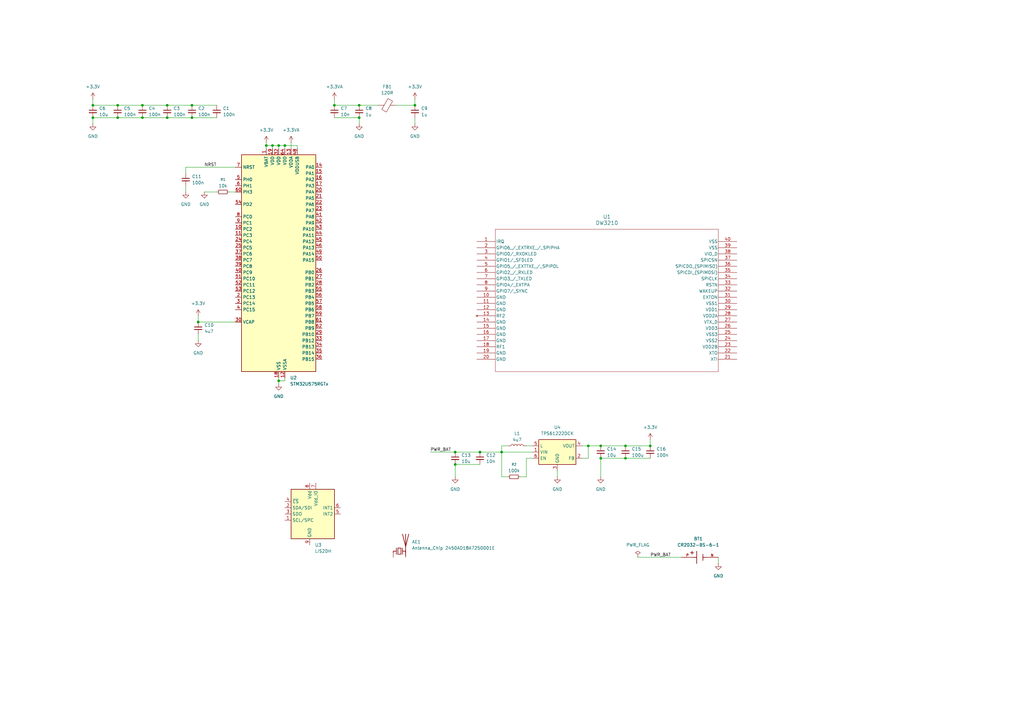
<source format=kicad_sch>
(kicad_sch (version 20250114) (generator "eeschema") (generator_version "9.0")
  (paper "A3")
  (lib_symbols
    (symbol "CR2032-BS-6-1:CR2032-BS-6-1" (pin_names (offset 1.016))
      (property "Reference" "BT" (at -3.81 3.81 0))
      (property "Value" "CR2032-BS-6-1" (at -3.81 -5.08 0))
      (symbol "CR2032-BS-6-1_0_0"
        (polyline (pts (xy -3.81 1.905) (xy -2.54 1.905)) (stroke (width 0.254)))
        (polyline (pts (xy -3.175 2.54) (xy -3.175 1.27)) (stroke (width 0.254)))
        (polyline (pts (xy -1.27 2.54) (xy -1.27 0)) (stroke (width 0.254)))
        (polyline (pts (xy -1.27 0) (xy -2.54 0)) (stroke (width 0.254)))
        (polyline (pts (xy -1.27 0) (xy -1.27 -2.54)) (stroke (width 0.254)))
        (polyline (pts (xy 1.27 1.27) (xy 1.27 0)) (stroke (width 0.254)))
        (polyline (pts (xy 1.27 0) (xy 1.27 -1.27)) (stroke (width 0.254)))
        (polyline (pts (xy 1.27 0) (xy 2.54 0)) (stroke (width 0.254)))
        (pin passive line (at -7.62 0 0) (length 5.08) (name "~") (number "P"))
        (pin passive line (at 7.62 0 180) (length 5.08) (name "~") (number "N"))
      )
    )
    (symbol "Device:Antenna_Chip" (pin_numbers (hide yes)) (pin_names (offset 1.016) (hide yes))
      (property "Reference" "AE" (at 0 5.08 0))
      (property "Value" "Antenna_Chip" (at 0 3.175 0))
      (symbol "Antenna_Chip_0_1"
        (polyline (pts (xy -2.54 0) (xy -2.54 -0.635)) (stroke (width 0.254)))
        (polyline (pts (xy -2.54 0) (xy -1.27 0)) (stroke (width 0.254)))
        (polyline (pts (xy -1.27 1.27) (xy -1.27 -1.27) (xy -1.27 0)) (stroke (width 0.254)))
        (polyline (pts (xy -0.635 1.27) (xy 0.635 1.27) (xy 0.635 -1.27) (xy -0.635 -1.27) (xy -0.635 1.27)) (stroke (width 0.254)))
        (polyline (pts (xy 1.27 1.27) (xy 1.27 -1.27)) (stroke (width 0.254)))
        (polyline (pts (xy 1.27 0) (xy 2.54 0)) (stroke (width 0.254)))
        (polyline (pts (xy 2.54 6.985) (xy 2.54 -1.905)) (stroke (width 0.254)))
        (polyline (pts (xy 2.54 -0.635) (xy 2.54 0)))
        (polyline (pts (xy 3.81 6.985) (xy 2.54 1.905) (xy 1.27 6.985)) (stroke (width 0.254)))
      )
      (symbol "Antenna_Chip_1_1"
        (pin input line (at -2.54 -2.54 90) (length 2.54) (name "FEED") (number "1"))
        (pin passive line (at 2.54 -2.54 90) (length 2.54) (name "PCB_Trace") (number "2"))
      )
    )
    (symbol "Device:C_Small" (pin_numbers (hide yes)) (pin_names (offset 0.254) (hide yes))
      (property "Reference" "C" (at 0.254 1.778 0))
      (property "Value" "C_Small" (at 0.254 -2.032 0))
      (symbol "C_Small_0_1"
        (polyline (pts (xy -1.524 0.508) (xy 1.524 0.508)) (stroke (width 0.3048)))
        (polyline (pts (xy -1.524 -0.508) (xy 1.524 -0.508)) (stroke (width 0.3302)))
      )
      (symbol "C_Small_1_1"
        (pin passive line (at 0 2.54 270) (length 2.032) (name "~") (number "1"))
        (pin passive line (at 0 -2.54 90) (length 2.032) (name "~") (number "2"))
      )
    )
    (symbol "Device:FerriteBead" (pin_numbers (hide yes)) (pin_names (offset 0))
      (property "Reference" "FB" (at -3.81 0.635 90))
      (property "Value" "FerriteBead" (at 3.81 0 90))
      (symbol "FerriteBead_0_1"
        (polyline (pts (xy -2.7686 0.4064) (xy -1.7018 2.2606) (xy 2.7686 -0.3048) (xy 1.6764 -2.159) (xy -2.7686 0.4064)))
        (polyline (pts (xy 0 1.27) (xy 0 1.2954)))
        (polyline (pts (xy 0 -1.27) (xy 0 -1.2192)))
      )
      (symbol "FerriteBead_1_1"
        (pin passive line (at 0 3.81 270) (length 2.54) (name "~") (number "1"))
        (pin passive line (at 0 -3.81 90) (length 2.54) (name "~") (number "2"))
      )
    )
    (symbol "Device:L" (pin_numbers (hide yes)) (pin_names (offset 1.016) (hide yes))
      (property "Reference" "L" (at -1.27 0 90))
      (property "Value" "L" (at 1.905 0 90))
      (symbol "L_0_1"
        (arc (start 0 2.54) (mid 0.6323 1.905) (end 0 1.27))
        (arc (start 0 1.27) (mid 0.6323 0.635) (end 0 0))
        (arc (start 0 0) (mid 0.6323 -0.635) (end 0 -1.27))
        (arc (start 0 -1.27) (mid 0.6323 -1.905) (end 0 -2.54))
      )
      (symbol "L_1_1"
        (pin passive line (at 0 3.81 270) (length 1.27) (name "1") (number "1"))
        (pin passive line (at 0 -3.81 90) (length 1.27) (name "2") (number "2"))
      )
    )
    (symbol "Device:R_Small" (pin_numbers (hide yes)) (pin_names (offset 0.254) (hide yes))
      (property "Reference" "R" (at 0 0 90))
      (property "Value" "R_Small" (at 1.778 0 90))
      (symbol "R_Small_0_1"
        (rectangle (start -0.762 1.778) (end 0.762 -1.778) (stroke (width 0.2032)))
      )
      (symbol "R_Small_1_1"
        (pin passive line (at 0 2.54 270) (length 0.762) (name "~") (number "1"))
        (pin passive line (at 0 -2.54 90) (length 0.762) (name "~") (number "2"))
      )
    )
    (symbol "MCU_ST_STM32U5:STM32U575RGTx"
      (property "Reference" "U" (at -15.24 46.99 0))
      (property "Value" "STM32U575RGTx" (at 10.16 46.99 0))
      (symbol "STM32U575RGTx_0_1"
        (rectangle (start -15.24 -43.18) (end 15.24 45.72) (stroke (width 0.254)) (fill (type background)))
      )
      (symbol "STM32U575RGTx_1_1"
        (pin input line (at -17.78 40.64 0) (length 2.54) (name "NRST") (number "7"))
        (pin bidirectional line (at -17.78 35.56 0) (length 2.54) (name "PH0") (number "5"))
        (pin bidirectional line (at -17.78 33.02 0) (length 2.54) (name "PH1") (number "6"))
        (pin bidirectional line (at -17.78 30.48 0) (length 2.54) (name "PH3") (number "60"))
        (pin bidirectional line (at -17.78 25.4 0) (length 2.54) (name "PD2") (number "54"))
        (pin bidirectional line (at -17.78 20.32 0) (length 2.54) (name "PC0") (number "8"))
        (pin bidirectional line (at -17.78 17.78 0) (length 2.54) (name "PC1") (number "9"))
        (pin bidirectional line (at -17.78 15.24 0) (length 2.54) (name "PC2") (number "10"))
        (pin bidirectional line (at -17.78 12.7 0) (length 2.54) (name "PC3") (number "11"))
        (pin bidirectional line (at -17.78 10.16 0) (length 2.54) (name "PC4") (number "24"))
        (pin bidirectional line (at -17.78 7.62 0) (length 2.54) (name "PC5") (number "25"))
        (pin bidirectional line (at -17.78 5.08 0) (length 2.54) (name "PC6") (number "37"))
        (pin bidirectional line (at -17.78 2.54 0) (length 2.54) (name "PC7") (number "38"))
        (pin bidirectional line (at -17.78 0 0) (length 2.54) (name "PC8") (number "39"))
        (pin bidirectional line (at -17.78 -2.54 0) (length 2.54) (name "PC9") (number "40"))
        (pin bidirectional line (at -17.78 -5.08 0) (length 2.54) (name "PC10") (number "51"))
        (pin bidirectional line (at -17.78 -7.62 0) (length 2.54) (name "PC11") (number "52"))
        (pin bidirectional line (at -17.78 -10.16 0) (length 2.54) (name "PC12") (number "53"))
        (pin bidirectional line (at -17.78 -12.7 0) (length 2.54) (name "PC13") (number "2"))
        (pin bidirectional line (at -17.78 -15.24 0) (length 2.54) (name "PC14") (number "3"))
        (pin bidirectional line (at -17.78 -17.78 0) (length 2.54) (name "PC15") (number "4"))
        (pin power_out line (at -17.78 -22.86 0) (length 2.54) (name "VCAP") (number "30"))
        (pin power_in line (at -5.08 48.26 270) (length 2.54) (name "VBAT") (number "1"))
        (pin power_in line (at -2.54 48.26 270) (length 2.54) (name "VDD") (number "19"))
        (pin power_in line (at 0 48.26 270) (length 2.54) (name "VDD") (number "32"))
        (pin power_in line (at 0 -45.72 90) (length 2.54) (name "VSS") (number "18"))
        (pin passive line (at 0 -45.72 90) (length 2.54) (hide yes) (name "VSS") (number "31"))
        (pin passive line (at 0 -45.72 90) (length 2.54) (hide yes) (name "VSS") (number "47"))
        (pin passive line (at 0 -45.72 90) (length 2.54) (hide yes) (name "VSS") (number "63"))
        (pin power_in line (at 2.54 48.26 270) (length 2.54) (name "VDD") (number "64"))
        (pin power_in line (at 2.54 -45.72 90) (length 2.54) (name "VSSA") (number "12"))
        (pin power_in line (at 5.08 48.26 270) (length 2.54) (name "VDDA") (number "13"))
        (pin power_in line (at 7.62 48.26 270) (length 2.54) (name "VDDUSB") (number "48"))
        (pin bidirectional line (at 17.78 40.64 180) (length 2.54) (name "PA0") (number "14"))
        (pin bidirectional line (at 17.78 38.1 180) (length 2.54) (name "PA1") (number "15"))
        (pin bidirectional line (at 17.78 35.56 180) (length 2.54) (name "PA2") (number "16"))
        (pin bidirectional line (at 17.78 33.02 180) (length 2.54) (name "PA3") (number "17"))
        (pin bidirectional line (at 17.78 30.48 180) (length 2.54) (name "PA4") (number "20"))
        (pin bidirectional line (at 17.78 27.94 180) (length 2.54) (name "PA5") (number "21"))
        (pin bidirectional line (at 17.78 25.4 180) (length 2.54) (name "PA6") (number "22"))
        (pin bidirectional line (at 17.78 22.86 180) (length 2.54) (name "PA7") (number "23"))
        (pin bidirectional line (at 17.78 20.32 180) (length 2.54) (name "PA8") (number "41"))
        (pin bidirectional line (at 17.78 17.78 180) (length 2.54) (name "PA9") (number "42"))
        (pin bidirectional line (at 17.78 15.24 180) (length 2.54) (name "PA10") (number "43"))
        (pin bidirectional line (at 17.78 12.7 180) (length 2.54) (name "PA11") (number "44"))
        (pin bidirectional line (at 17.78 10.16 180) (length 2.54) (name "PA12") (number "45"))
        (pin bidirectional line (at 17.78 7.62 180) (length 2.54) (name "PA13") (number "46"))
        (pin bidirectional line (at 17.78 5.08 180) (length 2.54) (name "PA14") (number "49"))
        (pin bidirectional line (at 17.78 2.54 180) (length 2.54) (name "PA15") (number "50"))
        (pin bidirectional line (at 17.78 -2.54 180) (length 2.54) (name "PB0") (number "26"))
        (pin bidirectional line (at 17.78 -5.08 180) (length 2.54) (name "PB1") (number "27"))
        (pin bidirectional line (at 17.78 -7.62 180) (length 2.54) (name "PB2") (number "28"))
        (pin bidirectional line (at 17.78 -10.16 180) (length 2.54) (name "PB3") (number "55"))
        (pin bidirectional line (at 17.78 -12.7 180) (length 2.54) (name "PB4") (number "56"))
        (pin bidirectional line (at 17.78 -15.24 180) (length 2.54) (name "PB5") (number "57"))
        (pin bidirectional line (at 17.78 -17.78 180) (length 2.54) (name "PB6") (number "58"))
        (pin bidirectional line (at 17.78 -20.32 180) (length 2.54) (name "PB7") (number "59"))
        (pin bidirectional line (at 17.78 -22.86 180) (length 2.54) (name "PB8") (number "61"))
        (pin bidirectional line (at 17.78 -25.4 180) (length 2.54) (name "PB9") (number "62"))
        (pin bidirectional line (at 17.78 -27.94 180) (length 2.54) (name "PB10") (number "29"))
        (pin bidirectional line (at 17.78 -30.48 180) (length 2.54) (name "PB12") (number "33"))
        (pin bidirectional line (at 17.78 -33.02 180) (length 2.54) (name "PB13") (number "34"))
        (pin bidirectional line (at 17.78 -35.56 180) (length 2.54) (name "PB14") (number "35"))
        (pin bidirectional line (at 17.78 -38.1 180) (length 2.54) (name "PB15") (number "36"))
      )
    )
    (symbol "Regulator_Switching:TPS61222DCK"
      (property "Reference" "U" (at -7.62 6.35 0))
      (property "Value" "TPS61222DCK" (at 2.54 6.35 0))
      (symbol "TPS61222DCK_0_1"
        (rectangle (start -7.62 5.08) (end 7.62 -5.08) (stroke (width 0.254)) (fill (type background)))
      )
      (symbol "TPS61222DCK_1_1"
        (pin power_in line (at -10.16 2.54 0) (length 2.54) (name "L") (number "5"))
        (pin power_in line (at -10.16 0 0) (length 2.54) (name "VIN") (number "1"))
        (pin input line (at -10.16 -2.54 0) (length 2.54) (name "EN") (number "6"))
        (pin power_in line (at 0 -7.62 90) (length 2.54) (name "GND") (number "3"))
        (pin power_out line (at 10.16 2.54 180) (length 2.54) (name "VOUT") (number "4"))
        (pin input line (at 10.16 -2.54 180) (length 2.54) (name "FB") (number "2"))
      )
    )
    (symbol "Sensor_Motion:LIS2DH"
      (property "Reference" "U" (at -8.89 11.43 0))
      (property "Value" "LIS2DH" (at 3.81 11.43 0))
      (symbol "LIS2DH_0_1"
        (rectangle (start -7.62 10.16) (end 10.16 -10.16) (stroke (width 0.254)) (fill (type background)))
      )
      (symbol "LIS2DH_1_1"
        (pin input line (at -10.16 5.08 0) (length 2.54) (name "~{CS}") (number "4"))
        (pin bidirectional line (at -10.16 2.54 0) (length 2.54) (name "SDA/SDI") (number "2"))
        (pin output line (at -10.16 0 0) (length 2.54) (name "SDO") (number "3"))
        (pin input line (at -10.16 -2.54 0) (length 2.54) (name "SCL/SPC") (number "1"))
        (pin power_in line (at 0 12.7 270) (length 2.54) (name "Vdd") (number "8"))
        (pin passive line (at 0 -12.7 90) (length 2.54) (hide yes) (name "GND") (number "10"))
        (pin passive line (at 0 -12.7 90) (length 2.54) (hide yes) (name "GND") (number "11"))
        (pin passive line (at 0 -12.7 90) (length 2.54) (hide yes) (name "GND") (number "12"))
        (pin passive line (at 0 -12.7 90) (length 2.54) (hide yes) (name "GND") (number "13"))
        (pin passive line (at 0 -12.7 90) (length 2.54) (hide yes) (name "GND") (number "14"))
        (pin power_in line (at 0 -12.7 90) (length 2.54) (name "GND") (number "9"))
        (pin power_in line (at 2.54 12.7 270) (length 2.54) (name "Vdd_IO") (number "7"))
        (pin output line (at 12.7 2.54 180) (length 2.54) (name "INT1") (number "6"))
        (pin output line (at 12.7 0 180) (length 2.54) (name "INT2") (number "5"))
      )
    )
    (symbol "dw3210:DW3210" (pin_names (offset 0.254))
      (property "Reference" "U" (at 53.34 10.16 0))
      (property "Value" "DW3210" (at 53.34 7.62 0))
      (symbol "DW3210_0_1"
        (polyline (pts (xy 7.62 5.08) (xy 7.62 -53.34)) (stroke (width 0.127)))
        (polyline (pts (xy 7.62 -53.34) (xy 99.06 -53.34)) (stroke (width 0.127)))
        (polyline (pts (xy 99.06 5.08) (xy 7.62 5.08)) (stroke (width 0.127)))
        (polyline (pts (xy 99.06 -53.34) (xy 99.06 5.08)) (stroke (width 0.127)))
        (pin bidirectional line (at 0 0 0) (length 7.62) (name "IRQ") (number "1"))
        (pin bidirectional line (at 0 -2.54 0) (length 7.62) (name "GPIO6_/_EXTRXE_/_SPIPHA") (number "2"))
        (pin bidirectional line (at 0 -5.08 0) (length 7.62) (name "GPIO0/_RXOKLED") (number "3"))
        (pin bidirectional line (at 0 -7.62 0) (length 7.62) (name "GPIO1/_SFDLED") (number "4"))
        (pin bidirectional line (at 0 -10.16 0) (length 7.62) (name "GPIO5_/_EXTTXE_/_SPIPOL") (number "5"))
        (pin bidirectional line (at 0 -12.7 0) (length 7.62) (name "GPIO2_/_RXLED") (number "6"))
        (pin bidirectional line (at 0 -15.24 0) (length 7.62) (name "GPIO3_/_TXLED") (number "7"))
        (pin bidirectional line (at 0 -17.78 0) (length 7.62) (name "GPIO4/_EXTPA") (number "8"))
        (pin bidirectional line (at 0 -20.32 0) (length 7.62) (name "GPIO7/_SYNC") (number "9"))
        (pin power_out line (at 0 -22.86 0) (length 7.62) (name "GND") (number "10"))
        (pin power_out line (at 0 -25.4 0) (length 7.62) (name "GND") (number "11"))
        (pin power_out line (at 0 -27.94 0) (length 7.62) (name "GND") (number "12"))
        (pin power_out line (at 0 -33.02 0) (length 7.62) (name "GND") (number "14"))
        (pin power_out line (at 0 -35.56 0) (length 7.62) (name "GND") (number "15"))
        (pin power_out line (at 0 -38.1 0) (length 7.62) (name "GND") (number "16"))
        (pin power_out line (at 0 -40.64 0) (length 7.62) (name "GND") (number "17"))
        (pin bidirectional line (at 0 -43.18 0) (length 7.62) (name "RF1") (number "18"))
        (pin power_out line (at 0 -45.72 0) (length 7.62) (name "GND") (number "19"))
        (pin power_out line (at 0 -48.26 0) (length 7.62) (name "GND") (number "20"))
        (pin power_out line (at 106.68 0 180) (length 7.62) (name "VSS") (number "40"))
        (pin power_out line (at 106.68 -2.54 180) (length 7.62) (name "VSS") (number "39"))
        (pin power_in line (at 106.68 -5.08 180) (length 7.62) (name "VIO_D") (number "38"))
        (pin input line (at 106.68 -7.62 180) (length 7.62) (name "SPICSN") (number "37"))
        (pin output line (at 106.68 -10.16 180) (length 7.62) (name "SPICDO_(SPIMISO)") (number "36"))
        (pin input line (at 106.68 -12.7 180) (length 7.62) (name "SPICDI_(SPIMOSI)") (number "35"))
        (pin input line (at 106.68 -15.24 180) (length 7.62) (name "SPICLK") (number "34"))
        (pin bidirectional line (at 106.68 -17.78 180) (length 7.62) (name "RSTN") (number "33"))
        (pin input line (at 106.68 -20.32 180) (length 7.62) (name "WAKEUP") (number "32"))
        (pin output line (at 106.68 -22.86 180) (length 7.62) (name "EXTON") (number "31"))
        (pin power_out line (at 106.68 -25.4 180) (length 7.62) (name "VSS1") (number "30"))
        (pin power_in line (at 106.68 -27.94 180) (length 7.62) (name "VDD1") (number "29"))
        (pin power_in line (at 106.68 -30.48 180) (length 7.62) (name "VDD2A") (number "28"))
        (pin power_in line (at 106.68 -33.02 180) (length 7.62) (name "VTX_D") (number "27"))
        (pin power_in line (at 106.68 -35.56 180) (length 7.62) (name "VDD3") (number "26"))
        (pin power_out line (at 106.68 -38.1 180) (length 7.62) (name "VSS3") (number "25"))
        (pin power_out line (at 106.68 -40.64 180) (length 7.62) (name "VSS2") (number "24"))
        (pin power_in line (at 106.68 -43.18 180) (length 7.62) (name "VDD2B") (number "23"))
        (pin input line (at 106.68 -45.72 180) (length 7.62) (name "XTO") (number "22"))
        (pin input line (at 106.68 -48.26 180) (length 7.62) (name "XTI") (number "21"))
      )
      (symbol "DW3210_1_1"
        (pin no_connect line (at 0 -30.48 0) (length 7.62) (name "RF2") (number "13"))
      )
    )
    (symbol "power:+3.3V" (power) (pin_numbers (hide yes)) (pin_names (offset 0) (hide yes))
      (property "Value" "+3.3V" (at 0 3.556 0))
      (symbol "+3.3V_0_1"
        (polyline (pts (xy -0.762 1.27) (xy 0 2.54)))
        (polyline (pts (xy 0 2.54) (xy 0.762 1.27)))
        (polyline (pts (xy 0 0) (xy 0 2.54)))
      )
      (symbol "+3.3V_1_1"
        (pin power_in line (at 0 0 90) (length 0) (name "~") (number "1"))
      )
    )
    (symbol "power:+3.3VA" (power) (pin_numbers (hide yes)) (pin_names (offset 0) (hide yes))
      (property "Value" "+3.3VA" (at 0 3.556 0))
      (symbol "+3.3VA_0_1"
        (polyline (pts (xy -0.762 1.27) (xy 0 2.54)))
        (polyline (pts (xy 0 2.54) (xy 0.762 1.27)))
        (polyline (pts (xy 0 0) (xy 0 2.54)))
      )
      (symbol "+3.3VA_1_1"
        (pin power_in line (at 0 0 90) (length 0) (name "~") (number "1"))
      )
    )
    (symbol "power:GND" (power) (pin_numbers (hide yes)) (pin_names (offset 0) (hide yes))
      (property "Value" "GND" (at 0 -3.81 0))
      (symbol "GND_0_1"
        (polyline (pts (xy 0 0) (xy 0 -1.27) (xy 1.27 -1.27) (xy 0 -2.54) (xy -1.27 -1.27) (xy 0 -1.27)))
      )
      (symbol "GND_1_1"
        (pin power_in line (at 0 0 270) (length 0) (name "~") (number "1"))
      )
    )
    (symbol "power:PWR_FLAG" (power) (pin_numbers (hide yes)) (pin_names (offset 0) (hide yes))
      (property "Value" "PWR_FLAG" (at 0 3.81 0))
      (symbol "PWR_FLAG_0_0"
        (pin power_out line (at 0 0 90) (length 0) (name "~") (number "1"))
      )
      (symbol "PWR_FLAG_0_1"
        (polyline (pts (xy 0 0) (xy 0 1.27) (xy -1.016 1.905) (xy 0 2.54) (xy 1.016 1.905) (xy 0 1.27)))
      )
    )
  )
  (junction (at 111.76 59.69))
  (junction (at 78.74 43.18))
  (junction (at 246.38 187.96))
  (junction (at 38.1 48.26))
  (junction (at 241.3 182.88))
  (junction (at 170.18 43.18))
  (junction (at 68.58 43.18))
  (junction (at 48.26 48.26))
  (junction (at 147.32 48.26))
  (junction (at 68.58 48.26))
  (junction (at 196.85 185.42))
  (junction (at 256.54 182.88))
  (junction (at 186.69 190.5))
  (junction (at 109.22 59.69))
  (junction (at 48.26 43.18))
  (junction (at 137.16 43.18))
  (junction (at 186.69 185.42))
  (junction (at 116.84 59.69))
  (junction (at 266.7 182.88))
  (junction (at 58.42 48.26))
  (junction (at 205.74 185.42))
  (junction (at 147.32 43.18))
  (junction (at 58.42 43.18))
  (junction (at 256.54 187.96))
  (junction (at 78.74 48.26))
  (junction (at 38.1 43.18))
  (junction (at 114.3 156.21))
  (junction (at 81.28 132.08))
  (junction (at 114.3 59.69))
  (junction (at 246.38 182.88))
  (wire (pts (xy 137.16 40.64) (xy 137.16 43.18)))
  (wire (pts (xy 83.82 78.74) (xy 88.9 78.74)))
  (wire (pts (xy 261.62 228.6) (xy 279.4 228.6)))
  (wire (pts (xy 241.3 182.88) (xy 246.38 182.88)))
  (wire (pts (xy 76.2 76.2) (xy 76.2 78.74)))
  (wire (pts (xy 93.98 78.74) (xy 96.52 78.74)))
  (wire (pts (xy 81.28 132.08) (xy 96.52 132.08)))
  (wire (pts (xy 256.54 187.96) (xy 266.7 187.96)))
  (wire (pts (xy 205.74 185.42) (xy 218.44 185.42)))
  (wire (pts (xy 109.22 58.42) (xy 109.22 59.69)))
  (wire (pts (xy 81.28 137.16) (xy 81.28 139.7)))
  (wire (pts (xy 137.16 43.18) (xy 147.32 43.18)))
  (wire (pts (xy 114.3 60.96) (xy 114.3 59.69)))
  (wire (pts (xy 111.76 60.96) (xy 111.76 59.69)))
  (wire (pts (xy 170.18 48.26) (xy 170.18 50.8)))
  (wire (pts (xy 241.3 182.88) (xy 238.76 182.88)))
  (wire (pts (xy 147.32 43.18) (xy 154.94 43.18)))
  (wire (pts (xy 109.22 59.69) (xy 109.22 60.96)))
  (wire (pts (xy 218.44 187.96) (xy 215.9 187.96)))
  (wire (pts (xy 196.85 185.42) (xy 205.74 185.42)))
  (wire (pts (xy 119.38 58.42) (xy 119.38 60.96)))
  (wire (pts (xy 81.28 129.54) (xy 81.28 132.08)))
  (wire (pts (xy 38.1 48.26) (xy 48.26 48.26)))
  (wire (pts (xy 208.28 182.88) (xy 205.74 182.88)))
  (wire (pts (xy 137.16 48.26) (xy 147.32 48.26)))
  (wire (pts (xy 170.18 40.64) (xy 170.18 43.18)))
  (wire (pts (xy 215.9 187.96) (xy 215.9 195.58)))
  (wire (pts (xy 215.9 182.88) (xy 218.44 182.88)))
  (wire (pts (xy 111.76 59.69) (xy 109.22 59.69)))
  (wire (pts (xy 228.6 193.04) (xy 228.6 195.58)))
  (wire (pts (xy 88.9 48.26) (xy 78.74 48.26)))
  (wire (pts (xy 147.32 48.26) (xy 147.32 50.8)))
  (wire (pts (xy 121.92 59.69) (xy 116.84 59.69)))
  (wire (pts (xy 294.64 228.6) (xy 294.64 231.14)))
  (wire (pts (xy 176.53 185.42) (xy 186.69 185.42)))
  (wire (pts (xy 68.58 48.26) (xy 58.42 48.26)))
  (wire (pts (xy 266.7 180.34) (xy 266.7 182.88)))
  (wire (pts (xy 76.2 68.58) (xy 76.2 71.12)))
  (wire (pts (xy 114.3 154.94) (xy 114.3 156.21)))
  (wire (pts (xy 186.69 190.5) (xy 186.69 195.58)))
  (wire (pts (xy 58.42 48.26) (xy 48.26 48.26)))
  (wire (pts (xy 215.9 195.58) (xy 213.36 195.58)))
  (wire (pts (xy 116.84 156.21) (xy 114.3 156.21)))
  (wire (pts (xy 38.1 48.26) (xy 38.1 50.8)))
  (wire (pts (xy 116.84 59.69) (xy 114.3 59.69)))
  (wire (pts (xy 186.69 185.42) (xy 196.85 185.42)))
  (wire (pts (xy 246.38 187.96) (xy 256.54 187.96)))
  (wire (pts (xy 116.84 154.94) (xy 116.84 156.21)))
  (wire (pts (xy 48.26 43.18) (xy 58.42 43.18)))
  (wire (pts (xy 38.1 43.18) (xy 48.26 43.18)))
  (wire (pts (xy 68.58 43.18) (xy 78.74 43.18)))
  (wire (pts (xy 58.42 43.18) (xy 68.58 43.18)))
  (wire (pts (xy 205.74 195.58) (xy 205.74 185.42)))
  (wire (pts (xy 38.1 40.64) (xy 38.1 43.18)))
  (wire (pts (xy 256.54 182.88) (xy 266.7 182.88)))
  (wire (pts (xy 246.38 187.96) (xy 246.38 195.58)))
  (wire (pts (xy 121.92 60.96) (xy 121.92 59.69)))
  (wire (pts (xy 208.28 195.58) (xy 205.74 195.58)))
  (wire (pts (xy 96.52 68.58) (xy 76.2 68.58)))
  (wire (pts (xy 116.84 60.96) (xy 116.84 59.69)))
  (wire (pts (xy 241.3 187.96) (xy 241.3 182.88)))
  (wire (pts (xy 238.76 187.96) (xy 241.3 187.96)))
  (wire (pts (xy 186.69 190.5) (xy 196.85 190.5)))
  (wire (pts (xy 114.3 59.69) (xy 111.76 59.69)))
  (wire (pts (xy 78.74 43.18) (xy 88.9 43.18)))
  (wire (pts (xy 78.74 48.26) (xy 68.58 48.26)))
  (wire (pts (xy 114.3 156.21) (xy 114.3 157.48)))
  (wire (pts (xy 170.18 43.18) (xy 162.56 43.18)))
  (wire (pts (xy 246.38 182.88) (xy 256.54 182.88)))
  (wire (pts (xy 205.74 182.88) (xy 205.74 185.42)))
  (label "NRST" (at 83.82 68.58 0))
  (label "PWR_BAT" (at 176.53 185.42 0))
  (label "PWR_BAT" (at 266.7 228.6 0))
  (symbol (lib_id "Device:R_Small") (at 210.82 195.58 90) (unit 1)
    (property "Reference" "R2" (at 210.82 190.5 90) (effects (font (size 1.016 1.016))))
    (property "Value" "100k" (at 210.82 193.04 90))
    (property "Description" "Resistor, small symbol" (effects (hide yes)))
  )
  (symbol (lib_id "Device:C_Small") (at 170.18 45.72 0) (unit 1)
    (property "Reference" "C9" (at 172.72 44.4562 0) (effects (justify left)))
    (property "Value" "1u" (at 172.72 46.9962 0) (effects (justify left)))
    (property "Description" "Unpolarized capacitor, small symbol" (effects (hide yes)))
  )
  (symbol (lib_id "power:GND") (at 147.32 50.8 0) (unit 1)
    (property "Reference" "#PWR05" (effects (hide yes)))
    (property "Value" "GND" (at 147.32 55.88 0))
    (property "Description" "Power symbol creates a global label with name \"GND\" , ground" (effects (hide yes)))
  )
  (symbol (lib_id "power:GND") (at 170.18 50.8 0) (unit 1)
    (property "Reference" "#PWR09" (effects (hide yes)))
    (property "Value" "GND" (at 170.18 55.88 0))
    (property "Description" "Power symbol creates a global label with name \"GND\" , ground" (effects (hide yes)))
  )
  (symbol (lib_id "power:+3.3VA") (at 119.38 58.42 0) (unit 1)
    (property "Reference" "#PWR02" (effects (hide yes)))
    (property "Value" "+3.3VA" (at 119.38 53.34 0))
    (property "Description" "Power symbol creates a global label with name \"+3.3VA\"" (effects (hide yes)))
  )
  (symbol (lib_id "power:+3.3V") (at 81.28 129.54 0) (unit 1)
    (property "Reference" "#PWR010" (effects (hide yes)))
    (property "Value" "+3.3V" (at 81.28 124.46 0))
    (property "Description" "Power symbol creates a global label with name \"+3.3V\"" (effects (hide yes)))
  )
  (symbol (lib_id "Device:C_Small") (at 246.38 185.42 0) (unit 1)
    (property "Reference" "C14" (at 248.92 184.1562 0) (effects (justify left)))
    (property "Value" "10u" (at 248.92 186.6962 0) (effects (justify left)))
    (property "Description" "Unpolarized capacitor, small symbol" (effects (hide yes)))
  )
  (symbol (lib_id "power:GND") (at 186.69 195.58 0) (unit 1)
    (property "Reference" "#PWR016" (effects (hide yes)))
    (property "Value" "GND" (at 186.69 200.66 0))
    (property "Description" "Power symbol creates a global label with name \"GND\" , ground" (effects (hide yes)))
  )
  (symbol (lib_id "power:GND") (at 246.38 195.58 0) (unit 1)
    (property "Reference" "#PWR017" (effects (hide yes)))
    (property "Value" "GND" (at 246.38 200.66 0))
    (property "Description" "Power symbol creates a global label with name \"GND\" , ground" (effects (hide yes)))
  )
  (symbol (lib_id "power:+3.3V") (at 170.18 40.64 0) (unit 1)
    (property "Reference" "#PWR08" (effects (hide yes)))
    (property "Value" "+3.3V" (at 170.18 35.56 0))
    (property "Description" "Power symbol creates a global label with name \"+3.3V\"" (effects (hide yes)))
  )
  (symbol (lib_id "power:+3.3V") (at 109.22 58.42 0) (unit 1)
    (property "Reference" "#PWR07" (effects (hide yes)))
    (property "Value" "+3.3V" (at 109.22 53.34 0))
    (property "Description" "Power symbol creates a global label with name \"+3.3V\"" (effects (hide yes)))
  )
  (symbol (lib_id "Device:C_Small") (at 137.16 45.72 0) (unit 1)
    (property "Reference" "C7" (at 139.7 44.4562 0) (effects (justify left)))
    (property "Value" "10n" (at 139.7 46.9962 0) (effects (justify left)))
    (property "Description" "Unpolarized capacitor, small symbol" (effects (hide yes)))
  )
  (symbol (lib_id "Device:C_Small") (at 196.85 187.96 0) (unit 1)
    (property "Reference" "C12" (at 199.39 186.6962 0) (effects (justify left)))
    (property "Value" "10n" (at 199.39 189.2362 0) (effects (justify left)))
    (property "Description" "Unpolarized capacitor, small symbol" (effects (hide yes)))
  )
  (symbol (lib_id "CR2032-BS-6-1:CR2032-BS-6-1") (at 287.02 228.6 0) (unit 1)
    (property "Reference" "BT1" (at 286.385 220.98 0))
    (property "Value" "CR2032-BS-6-1" (at 286.385 223.52 0))
    (property "Footprint" "BAT_CR2032-BS-6-1:BAT_CR2032-BS-6-1" (effects (hide yes)))
    (property "MF" "Shenzhen Q&J Electronics Co. Ltd" (effects (hide yes)))
    (property "MAXIMUM_PACKAGE_HEIGHT" "5.55mm" (effects (hide yes)))
    (property "Package" "Package" (effects (hide yes)))
    (property "Price" "None" (effects (hide yes)))
    (property "Check_prices" "https://www.snapeda.com/parts/CR2032-BS-6-1/Shenzhen+Huacan+Tianlu+Electronics+Co.%252C+Ltd./view-part/?ref=eda" (effects (hide yes)))
    (property "STANDARD" "Manufacturer Recommendations" (effects (hide yes)))
    (property "PARTREV" "2011/2/14" (effects (hide yes)))
    (property "SnapEDA_Link" "https://www.snapeda.com/parts/CR2032-BS-6-1/Shenzhen+Huacan+Tianlu+Electronics+Co.%252C+Ltd./view-part/?ref=snap" (effects (hide yes)))
    (property "MP" "CR2032-BS-6-1" (effects (hide yes)))
    (property "Description_1" "Battery base CR2032 SMD Battery Connectors ROHS" (effects (hide yes)))
    (property "SNAPEDA_PN" "CR2032-BS-6-1" (effects (hide yes)))
    (property "Availability" "Not in stock" (effects (hide yes)))
    (property "MANUFACTURER" "Shenzhen Q and J Electronics" (effects (hide yes)))
  )
  (symbol (lib_id "Device:C_Small") (at 48.26 45.72 0) (unit 1)
    (property "Reference" "C5" (at 50.8 44.4562 0) (effects (justify left)))
    (property "Value" "100n" (at 50.8 46.9962 0) (effects (justify left)))
    (property "Description" "Unpolarized capacitor, small symbol" (effects (hide yes)))
  )
  (symbol (lib_id "Device:L") (at 212.09 182.88 90) (unit 1)
    (property "Reference" "L1" (at 212.09 177.8 90))
    (property "Value" "4u7" (at 212.09 180.34 90))
    (property "Description" "Inductor" (effects (hide yes)))
  )
  (symbol (lib_id "Device:C_Small") (at 88.9 45.72 0) (unit 1)
    (property "Reference" "C1" (at 91.44 44.4562 0) (effects (justify left)))
    (property "Value" "100n" (at 91.44 46.9962 0) (effects (justify left)))
    (property "Description" "Unpolarized capacitor, small symbol" (effects (hide yes)))
  )
  (symbol (lib_id "Device:Antenna_Chip") (at 163.83 226.06 0) (unit 1)
    (property "Reference" "AE1" (at 168.91 222.2499 0) (effects (justify left)))
    (property "Value" "Antenna_Chip 2450AD18A7250001E" (at 168.91 224.7899 0) (effects (justify left)))
    (property "Description" "Ceramic chip antenna with pin for PCB trace" (effects (hide yes)))
  )
  (symbol (lib_id "MCU_ST_STM32U5:STM32U575RGTx") (at 114.3 109.22 0) (unit 1)
    (property "Reference" "U2" (at 118.9833 154.94 0) (effects (justify left)))
    (property "Value" "STM32U575RGTx" (at 118.9833 157.48 0) (effects (justify left)))
    (property "Footprint" "Package_QFP:LQFP-64_10x10mm_P0.5mm" (effects (hide yes)))
    (property "Datasheet" "https://www.st.com/resource/en/datasheet/stm32u575rg.pdf" (effects (hide yes)))
    (property "Description" "STMicroelectronics Arm Cortex-M33 MCU, 1024KB flash, 786KB RAM, 160 MHz, 1.71-3.6V, 51 GPIO, LQFP64" (effects (hide yes)))
  )
  (symbol (lib_id "Device:C_Small") (at 147.32 45.72 0) (unit 1)
    (property "Reference" "C8" (at 149.86 44.4562 0) (effects (justify left)))
    (property "Value" "1u" (at 149.86 46.9962 0) (effects (justify left)))
    (property "Description" "Unpolarized capacitor, small symbol" (effects (hide yes)))
  )
  (symbol (lib_id "power:+3.3V") (at 38.1 40.64 0) (unit 1)
    (property "Reference" "#PWR06" (effects (hide yes)))
    (property "Value" "+3.3V" (at 38.1 35.56 0))
    (property "Description" "Power symbol creates a global label with name \"+3.3V\"" (effects (hide yes)))
  )
  (symbol (lib_id "power:GND") (at 83.82 78.74 0) (unit 1)
    (property "Reference" "#PWR013" (effects (hide yes)))
    (property "Value" "GND" (at 83.82 83.82 0))
    (property "Description" "Power symbol creates a global label with name \"GND\" , ground" (effects (hide yes)))
  )
  (symbol (lib_id "Device:C_Small") (at 38.1 45.72 0) (unit 1)
    (property "Reference" "C6" (at 40.64 44.4562 0) (effects (justify left)))
    (property "Value" "10u" (at 40.64 46.9962 0) (effects (justify left)))
    (property "Description" "Unpolarized capacitor, small symbol" (effects (hide yes)))
  )
  (symbol (lib_id "power:+3.3VA") (at 137.16 40.64 0) (unit 1)
    (property "Reference" "#PWR04" (effects (hide yes)))
    (property "Value" "+3.3VA" (at 137.16 35.56 0))
    (property "Description" "Power symbol creates a global label with name \"+3.3VA\"" (effects (hide yes)))
  )
  (symbol (lib_id "Device:C_Small") (at 58.42 45.72 0) (unit 1)
    (property "Reference" "C4" (at 60.96 44.4562 0) (effects (justify left)))
    (property "Value" "100n" (at 60.96 46.9962 0) (effects (justify left)))
    (property "Description" "Unpolarized capacitor, small symbol" (effects (hide yes)))
  )
  (symbol (lib_id "Device:C_Small") (at 266.7 185.42 0) (unit 1)
    (property "Reference" "C16" (at 269.24 184.1562 0) (effects (justify left)))
    (property "Value" "100n" (at 269.24 186.6962 0) (effects (justify left)))
    (property "Description" "Unpolarized capacitor, small symbol" (effects (hide yes)))
  )
  (symbol (lib_id "Device:C_Small") (at 81.28 134.62 0) (unit 1)
    (property "Reference" "C10" (at 83.82 133.3562 0) (effects (justify left)))
    (property "Value" "4u7" (at 83.82 135.8962 0) (effects (justify left)))
    (property "Description" "Unpolarized capacitor, small symbol" (effects (hide yes)))
  )
  (symbol (lib_id "Device:FerriteBead") (at 158.75 43.18 270) (unit 1)
    (property "Reference" "FB1" (at 158.8008 35.56 90))
    (property "Value" "120R" (at 158.8008 38.1 90))
    (property "Description" "Ferrite bead" (effects (hide yes)))
  )
  (symbol (lib_id "dw3210:DW3210") (at 195.58 99.06 0) (unit 1)
    (property "Reference" "U1" (at 248.92 88.9 0) (effects (font (size 1.524 1.524))))
    (property "Value" "DW3210" (at 248.92 91.44 0) (effects (font (size 1.524 1.524))))
    (property "Footprint" "dw3210:qfn_DW3210_QOR" (effects (hide yes)))
    (property "Datasheet" "DW3220" (effects (hide yes)))
  )
  (symbol (lib_id "Device:C_Small") (at 68.58 45.72 0) (unit 1)
    (property "Reference" "C3" (at 71.12 44.4562 0) (effects (justify left)))
    (property "Value" "100n" (at 71.12 46.9962 0) (effects (justify left)))
    (property "Description" "Unpolarized capacitor, small symbol" (effects (hide yes)))
  )
  (symbol (lib_id "power:GND") (at 76.2 78.74 0) (unit 1)
    (property "Reference" "#PWR012" (effects (hide yes)))
    (property "Value" "GND" (at 76.2 83.82 0))
    (property "Description" "Power symbol creates a global label with name \"GND\" , ground" (effects (hide yes)))
  )
  (symbol (lib_id "Device:C_Small") (at 186.69 187.96 0) (unit 1)
    (property "Reference" "C13" (at 189.23 186.6962 0) (effects (justify left)))
    (property "Value" "10u" (at 189.23 189.2362 0) (effects (justify left)))
    (property "Description" "Unpolarized capacitor, small symbol" (effects (hide yes)))
  )
  (symbol (lib_id "Device:C_Small") (at 256.54 185.42 0) (unit 1)
    (property "Reference" "C15" (at 259.08 184.1562 0) (effects (justify left)))
    (property "Value" "100u" (at 259.08 186.6962 0) (effects (justify left)))
    (property "Description" "Unpolarized capacitor, small symbol" (effects (hide yes)))
  )
  (symbol (lib_id "Device:C_Small") (at 76.2 73.66 0) (unit 1)
    (property "Reference" "C11" (at 78.74 72.3962 0) (effects (justify left)))
    (property "Value" "100n" (at 78.74 74.9362 0) (effects (justify left)))
    (property "Description" "Unpolarized capacitor, small symbol" (effects (hide yes)))
  )
  (symbol (lib_id "power:+3.3V") (at 266.7 180.34 0) (unit 1)
    (property "Reference" "#PWR018" (effects (hide yes)))
    (property "Value" "+3.3V" (at 266.7 175.26 0))
    (property "Description" "Power symbol creates a global label with name \"+3.3V\"" (effects (hide yes)))
  )
  (symbol (lib_id "power:GND") (at 114.3 157.48 0) (unit 1)
    (property "Reference" "#PWR01" (effects (hide yes)))
    (property "Value" "GND" (at 114.3 162.56 0))
    (property "Description" "Power symbol creates a global label with name \"GND\" , ground" (effects (hide yes)))
  )
  (symbol (lib_id "power:GND") (at 228.6 195.58 0) (unit 1)
    (property "Reference" "#PWR015" (effects (hide yes)))
    (property "Value" "GND" (at 228.6 200.66 0))
    (property "Description" "Power symbol creates a global label with name \"GND\" , ground" (effects (hide yes)))
  )
  (symbol (lib_id "power:GND") (at 294.64 231.14 0) (unit 1)
    (property "Reference" "#PWR014" (effects (hide yes)))
    (property "Value" "GND" (at 294.64 236.22 0))
    (property "Description" "Power symbol creates a global label with name \"GND\" , ground" (effects (hide yes)))
  )
  (symbol (lib_id "power:GND") (at 81.28 139.7 0) (unit 1)
    (property "Reference" "#PWR011" (effects (hide yes)))
    (property "Value" "GND" (at 81.28 144.78 0))
    (property "Description" "Power symbol creates a global label with name \"GND\" , ground" (effects (hide yes)))
  )
  (symbol (lib_id "Device:C_Small") (at 78.74 45.72 0) (unit 1)
    (property "Reference" "C2" (at 81.28 44.4562 0) (effects (justify left)))
    (property "Value" "100n" (at 81.28 46.9962 0) (effects (justify left)))
    (property "Description" "Unpolarized capacitor, small symbol" (effects (hide yes)))
  )
  (symbol (lib_id "Sensor_Motion:LIS2DH") (at 127 210.82 0) (unit 1)
    (property "Reference" "U3" (at 129.1433 223.52 0) (effects (justify left)))
    (property "Value" "LIS2DH" (at 129.1433 226.06 0) (effects (justify left)))
    (property "Footprint" "Package_LGA:LGA-14_2x2mm_P0.35mm_LayoutBorder3x4y" (effects (hide yes)))
    (property "Datasheet" "http://www.st.com/web/en/resource/technical/document/datasheet/DM00042751.pdf" (effects (hide yes)))
    (property "Description" "3-Axis Accelerometer, 2/4/8/16g range, I2C/SPI interface, LGA-14" (effects (hide yes)))
  )
  (symbol (lib_id "power:PWR_FLAG") (at 261.62 228.6 0) (unit 1)
    (property "Reference" "#FLG01" (effects (hide yes)))
    (property "Value" "PWR_FLAG" (at 261.62 223.52 0))
    (property "Description" "Special symbol for telling ERC where power comes from" (effects (hide yes)))
  )
  (symbol (lib_id "Device:R_Small") (at 91.44 78.74 90) (unit 1)
    (property "Reference" "R1" (at 91.44 73.66 90) (effects (font (size 1.016 1.016))))
    (property "Value" "10k" (at 91.44 76.2 90))
    (property "Description" "Resistor, small symbol" (effects (hide yes)))
  )
  (symbol (lib_id "power:GND") (at 38.1 50.8 0) (unit 1)
    (property "Reference" "#PWR03" (effects (hide yes)))
    (property "Value" "GND" (at 38.1 55.88 0))
    (property "Description" "Power symbol creates a global label with name \"GND\" , ground" (effects (hide yes)))
  )
  (symbol (lib_id "Regulator_Switching:TPS61222DCK") (at 228.6 185.42 0) (unit 1)
    (property "Reference" "U4" (at 228.6 175.26 0))
    (property "Value" "TPS61222DCK" (at 228.6 177.8 0))
    (property "Footprint" "Package_TO_SOT_SMD:Texas_R-PDSO-G6" (effects (hide yes)))
    (property "Datasheet" "http://www.ti.com/lit/ds/symlink/tps61220.pdf" (effects (hide yes)))
    (property "Description" "400 mA Step-Up Converter, Fixed 5V Output Voltage, 0.7-5.5V Input Voltage, SC-70" (effects (hide yes)))
  )
)
</source>
